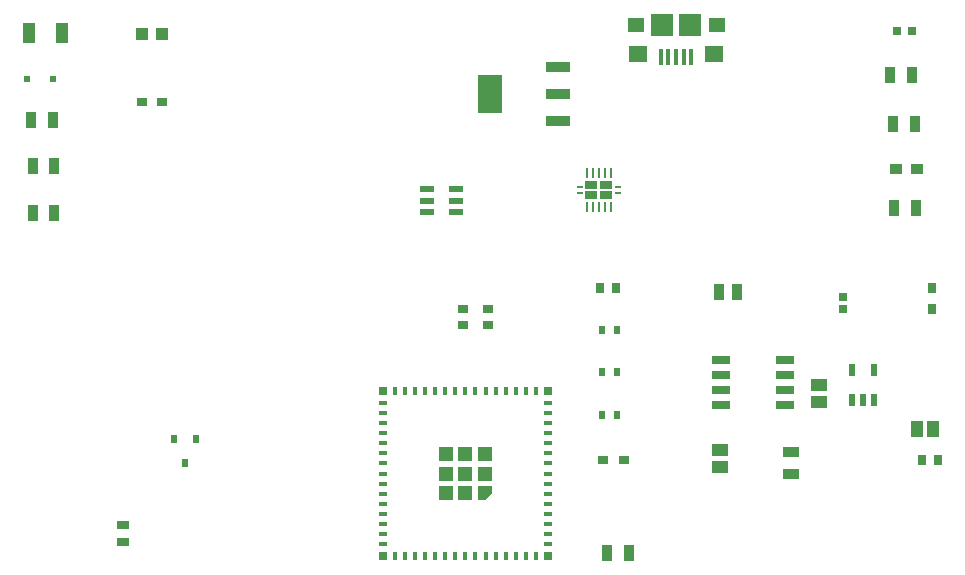
<source format=gbr>
G04*
G04 #@! TF.GenerationSoftware,Altium Limited,Altium Designer,25.8.1 (18)*
G04*
G04 Layer_Color=8421504*
%FSLAX44Y44*%
%MOMM*%
G71*
G04*
G04 #@! TF.SameCoordinates,0AA87B99-36C4-491F-804F-3ED42A066D7D*
G04*
G04*
G04 #@! TF.FilePolarity,Positive*
G04*
G01*
G75*
%ADD16R,1.0500X0.6800*%
%ADD17R,0.5000X0.2600*%
%ADD18R,0.5000X0.2600*%
%ADD19R,1.0500X0.6800*%
%ADD20R,0.5000X0.5000*%
%ADD21R,1.3500X1.1000*%
%ADD22R,0.9500X1.3500*%
%ADD23R,1.0000X0.9000*%
%ADD24R,0.5500X1.0500*%
%ADD25R,1.5260X0.6500*%
%ADD26R,2.1500X0.9500*%
G04:AMPARAMS|DCode=27|XSize=0.23mm|YSize=0.8mm|CornerRadius=0.0254mm|HoleSize=0mm|Usage=FLASHONLY|Rotation=0.000|XOffset=0mm|YOffset=0mm|HoleType=Round|Shape=RoundedRectangle|*
%AMROUNDEDRECTD27*
21,1,0.2300,0.7492,0,0,0.0*
21,1,0.1792,0.8000,0,0,0.0*
1,1,0.0508,0.0896,-0.3746*
1,1,0.0508,-0.0896,-0.3746*
1,1,0.0508,-0.0896,0.3746*
1,1,0.0508,0.0896,0.3746*
%
%ADD27ROUNDEDRECTD27*%
%ADD28R,0.9500X1.4000*%
%ADD29R,0.6000X0.8000*%
%ADD30R,0.8000X0.4000*%
%ADD31R,0.6725X0.7154*%
%ADD32R,0.8000X0.9000*%
%ADD33R,1.0000X0.8000*%
%ADD34R,1.1000X1.3500*%
%ADD35R,0.6500X0.7000*%
%ADD36R,0.4000X1.3500*%
%ADD37R,0.6587X0.8121*%
%ADD38R,1.4000X0.9500*%
%ADD39R,2.1500X3.2500*%
%ADD40R,0.8000X0.8000*%
%ADD41R,1.2000X1.2000*%
%ADD42R,0.6000X0.7000*%
%ADD43R,0.4000X0.8000*%
%ADD44R,0.8121X0.6587*%
%ADD45R,1.2000X0.6000*%
%ADD46R,1.0587X1.0121*%
%ADD47R,1.9000X1.9000*%
%ADD48R,1.4500X1.3000*%
%ADD49R,1.6000X1.4000*%
%ADD50R,1.0000X1.8000*%
%ADD51R,0.9000X0.8000*%
G36*
X968070Y340030D02*
X980070D01*
Y334030D01*
X974070Y328030D01*
X968070D01*
Y340030D01*
D02*
G37*
D16*
X1076962Y595060D02*
D03*
X1064261D02*
D03*
D17*
X1086911Y593071D02*
D03*
X1054311D02*
D03*
D18*
X1086911Y588071D02*
D03*
X1054311D02*
D03*
D19*
X1076962Y586060D02*
D03*
X1064261D02*
D03*
D20*
X586330Y684530D02*
D03*
X608330D02*
D03*
D21*
X1257300Y425480D02*
D03*
Y411480D02*
D03*
X1173480Y370220D02*
D03*
Y356220D02*
D03*
D22*
X1187210Y504190D02*
D03*
X1172210D02*
D03*
D23*
X1339850Y608330D02*
D03*
X1321850D02*
D03*
D24*
X1284630Y438450D02*
D03*
X1303630D02*
D03*
Y412450D02*
D03*
X1284630D02*
D03*
X1294130D02*
D03*
D25*
X1228540Y434340D02*
D03*
X1174300D02*
D03*
X1228540Y408940D02*
D03*
X1174300Y421640D02*
D03*
Y447040D02*
D03*
Y408940D02*
D03*
X1228540Y447040D02*
D03*
Y421640D02*
D03*
D26*
X1036110Y694830D02*
D03*
Y671830D02*
D03*
Y648830D02*
D03*
D27*
X1080610Y575800D02*
D03*
X1060610Y605300D02*
D03*
X1075610Y575800D02*
D03*
X1060610D02*
D03*
X1080610Y605300D02*
D03*
X1075610D02*
D03*
X1070610D02*
D03*
X1065610D02*
D03*
Y575800D02*
D03*
X1070610D02*
D03*
D28*
X1096010Y283210D02*
D03*
X1316990Y688340D02*
D03*
X1319530Y646430D02*
D03*
X1339300Y575310D02*
D03*
X1077510Y283210D02*
D03*
X609600Y610870D02*
D03*
X608330Y650240D02*
D03*
X591100Y571500D02*
D03*
Y610870D02*
D03*
X589830Y650240D02*
D03*
X1335490Y688340D02*
D03*
X1338030Y646430D02*
D03*
X1320800Y575310D02*
D03*
X609600Y571500D02*
D03*
D29*
X1086000Y400050D02*
D03*
Y472440D02*
D03*
X1073000Y400050D02*
D03*
Y472440D02*
D03*
Y436880D02*
D03*
X1086000D02*
D03*
D30*
X1027570Y308030D02*
D03*
X887570Y384530D02*
D03*
Y367530D02*
D03*
Y376030D02*
D03*
Y359030D02*
D03*
X1027570Y299530D02*
D03*
Y291030D02*
D03*
X887570Y316530D02*
D03*
Y308030D02*
D03*
Y291030D02*
D03*
Y299530D02*
D03*
Y325030D02*
D03*
Y342030D02*
D03*
Y350530D02*
D03*
Y393030D02*
D03*
Y401530D02*
D03*
Y410030D02*
D03*
X1027570D02*
D03*
Y401530D02*
D03*
Y393030D02*
D03*
Y384530D02*
D03*
Y376030D02*
D03*
Y367530D02*
D03*
Y359030D02*
D03*
Y350530D02*
D03*
Y342030D02*
D03*
Y333530D02*
D03*
Y325030D02*
D03*
Y316530D02*
D03*
X887570Y333530D02*
D03*
D31*
X1277620Y499791D02*
D03*
Y490220D02*
D03*
D32*
X1352550Y507220D02*
D03*
Y490220D02*
D03*
D33*
X668020Y292340D02*
D03*
Y307340D02*
D03*
D34*
X1353820Y388620D02*
D03*
X1339820D02*
D03*
D35*
X1322540Y725170D02*
D03*
X1336040D02*
D03*
D36*
X1129450Y703500D02*
D03*
X1122950D02*
D03*
X1135950D02*
D03*
X1142450D02*
D03*
X1148950D02*
D03*
D37*
X1344513Y361950D02*
D03*
X1358047D02*
D03*
X1085414Y508000D02*
D03*
X1071880D02*
D03*
D38*
X1233170Y369020D02*
D03*
Y350520D02*
D03*
D39*
X978110Y671830D02*
D03*
D40*
X1027570Y420530D02*
D03*
X887570D02*
D03*
X1027570Y280530D02*
D03*
X887570D02*
D03*
D41*
X974070Y367030D02*
D03*
X941070D02*
D03*
X957570D02*
D03*
X974070Y350530D02*
D03*
X957570D02*
D03*
Y334030D02*
D03*
X941070Y350530D02*
D03*
Y334030D02*
D03*
D42*
X710590Y379570D02*
D03*
X729590D02*
D03*
X720090Y359570D02*
D03*
D43*
X966070Y280530D02*
D03*
X957570D02*
D03*
X1017070D02*
D03*
X1000070D02*
D03*
X1008570D02*
D03*
X991570D02*
D03*
X974570D02*
D03*
X983070D02*
D03*
X940570D02*
D03*
X949070D02*
D03*
X923570D02*
D03*
X932070D02*
D03*
X906570D02*
D03*
X915070D02*
D03*
X898070D02*
D03*
Y420530D02*
D03*
X906570D02*
D03*
X915070D02*
D03*
X923570D02*
D03*
X932070D02*
D03*
X940570D02*
D03*
X949070D02*
D03*
X957570D02*
D03*
X966070D02*
D03*
X974570D02*
D03*
X983070D02*
D03*
X991570D02*
D03*
X1000070D02*
D03*
X1008570D02*
D03*
X1017070D02*
D03*
D44*
X976630Y476250D02*
D03*
X955090Y489784D02*
D03*
Y476250D02*
D03*
X976630Y489784D02*
D03*
D45*
X949760Y572160D02*
D03*
Y591160D02*
D03*
Y581660D02*
D03*
X924760D02*
D03*
Y572160D02*
D03*
Y591160D02*
D03*
D46*
X683506Y722630D02*
D03*
X701040D02*
D03*
D47*
X1123950Y730250D02*
D03*
X1147950D02*
D03*
D48*
X1101700D02*
D03*
X1170200D02*
D03*
D49*
X1103950Y705750D02*
D03*
X1167950D02*
D03*
D50*
X587950Y723900D02*
D03*
X615950D02*
D03*
D51*
X701040Y665480D02*
D03*
X684040D02*
D03*
X1074420Y361950D02*
D03*
X1091420D02*
D03*
M02*

</source>
